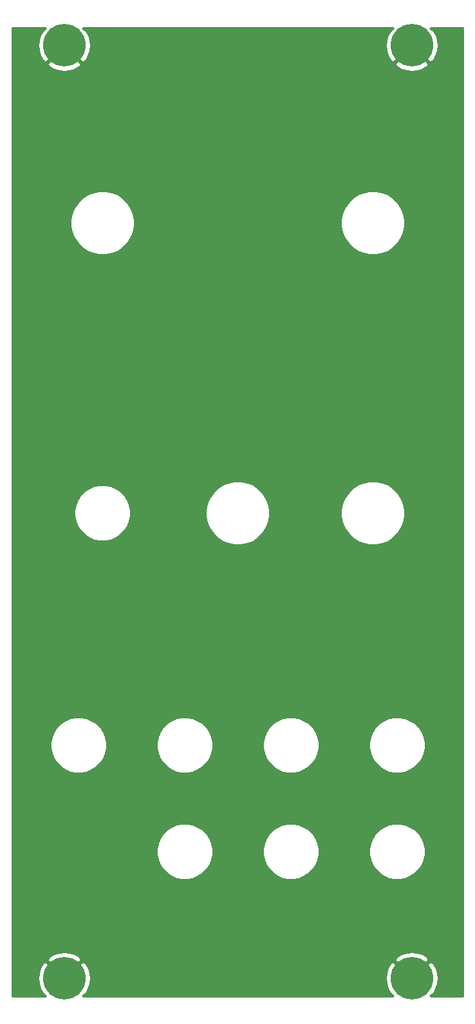
<source format=gbl>
G04 #@! TF.GenerationSoftware,KiCad,Pcbnew,5.1.10-88a1d61d58~88~ubuntu20.04.1*
G04 #@! TF.CreationDate,2021-06-12T13:15:57-04:00*
G04 #@! TF.ProjectId,front_panel,66726f6e-745f-4706-916e-656c2e6b6963,0*
G04 #@! TF.SameCoordinates,Original*
G04 #@! TF.FileFunction,Copper,L2,Bot*
G04 #@! TF.FilePolarity,Positive*
%FSLAX46Y46*%
G04 Gerber Fmt 4.6, Leading zero omitted, Abs format (unit mm)*
G04 Created by KiCad (PCBNEW 5.1.10-88a1d61d58~88~ubuntu20.04.1) date 2021-06-12 13:15:57*
%MOMM*%
%LPD*%
G01*
G04 APERTURE LIST*
G04 #@! TA.AperFunction,ComponentPad*
%ADD10C,5.600000*%
G04 #@! TD*
G04 #@! TA.AperFunction,Conductor*
%ADD11C,0.254000*%
G04 #@! TD*
G04 #@! TA.AperFunction,Conductor*
%ADD12C,0.100000*%
G04 #@! TD*
G04 APERTURE END LIST*
D10*
X53220000Y-125500000D03*
X53220000Y-3000000D03*
X7500000Y-125500000D03*
X7500000Y-3000000D03*
D11*
X5083517Y-763125D02*
X4634823Y-1075308D01*
X4314388Y-1671259D01*
X4116374Y-2318273D01*
X4048390Y-2991484D01*
X4113051Y-3665023D01*
X4307870Y-4313006D01*
X4625361Y-4910530D01*
X4634823Y-4924692D01*
X5083519Y-5236876D01*
X7320395Y-3000000D01*
X7306253Y-2985858D01*
X7485858Y-2806253D01*
X7500000Y-2820395D01*
X7514143Y-2806253D01*
X7693748Y-2985858D01*
X7679605Y-3000000D01*
X9916481Y-5236876D01*
X10365177Y-4924692D01*
X10685612Y-4328741D01*
X10883626Y-3681727D01*
X10951610Y-3008516D01*
X10886949Y-2334977D01*
X10692130Y-1686994D01*
X10374639Y-1089470D01*
X10365177Y-1075308D01*
X9916483Y-763125D01*
X10019608Y-660000D01*
X50700392Y-660000D01*
X50803517Y-763125D01*
X50354823Y-1075308D01*
X50034388Y-1671259D01*
X49836374Y-2318273D01*
X49768390Y-2991484D01*
X49833051Y-3665023D01*
X50027870Y-4313006D01*
X50345361Y-4910530D01*
X50354823Y-4924692D01*
X50803519Y-5236876D01*
X53040395Y-3000000D01*
X53026253Y-2985858D01*
X53205858Y-2806253D01*
X53220000Y-2820395D01*
X53234143Y-2806253D01*
X53413748Y-2985858D01*
X53399605Y-3000000D01*
X55636481Y-5236876D01*
X56085177Y-4924692D01*
X56405612Y-4328741D01*
X56603626Y-3681727D01*
X56671610Y-3008516D01*
X56606949Y-2334977D01*
X56412130Y-1686994D01*
X56094639Y-1089470D01*
X56085177Y-1075308D01*
X55636483Y-763125D01*
X55739608Y-660000D01*
X59940000Y-660000D01*
X59940001Y-127840000D01*
X55739608Y-127840000D01*
X55636483Y-127736875D01*
X56085177Y-127424692D01*
X56405612Y-126828741D01*
X56603626Y-126181727D01*
X56671610Y-125508516D01*
X56606949Y-124834977D01*
X56412130Y-124186994D01*
X56094639Y-123589470D01*
X56085177Y-123575308D01*
X55636481Y-123263124D01*
X53399605Y-125500000D01*
X53413748Y-125514143D01*
X53234143Y-125693748D01*
X53220000Y-125679605D01*
X53205858Y-125693748D01*
X53026253Y-125514143D01*
X53040395Y-125500000D01*
X50803519Y-123263124D01*
X50354823Y-123575308D01*
X50034388Y-124171259D01*
X49836374Y-124818273D01*
X49768390Y-125491484D01*
X49833051Y-126165023D01*
X50027870Y-126813006D01*
X50345361Y-127410530D01*
X50354823Y-127424692D01*
X50803517Y-127736875D01*
X50700392Y-127840000D01*
X10019608Y-127840000D01*
X9916483Y-127736875D01*
X10365177Y-127424692D01*
X10685612Y-126828741D01*
X10883626Y-126181727D01*
X10951610Y-125508516D01*
X10886949Y-124834977D01*
X10692130Y-124186994D01*
X10374639Y-123589470D01*
X10365177Y-123575308D01*
X9916481Y-123263124D01*
X7679605Y-125500000D01*
X7693748Y-125514143D01*
X7514143Y-125693748D01*
X7500000Y-125679605D01*
X7485858Y-125693748D01*
X7306253Y-125514143D01*
X7320395Y-125500000D01*
X5083519Y-123263124D01*
X4634823Y-123575308D01*
X4314388Y-124171259D01*
X4116374Y-124818273D01*
X4048390Y-125491484D01*
X4113051Y-126165023D01*
X4307870Y-126813006D01*
X4625361Y-127410530D01*
X4634823Y-127424692D01*
X5083517Y-127736875D01*
X4980392Y-127840000D01*
X660000Y-127840000D01*
X660000Y-123083519D01*
X5263124Y-123083519D01*
X7500000Y-125320395D01*
X9736876Y-123083519D01*
X50983124Y-123083519D01*
X53220000Y-125320395D01*
X55456876Y-123083519D01*
X55144692Y-122634823D01*
X54548741Y-122314388D01*
X53901727Y-122116374D01*
X53228516Y-122048390D01*
X52554977Y-122113051D01*
X51906994Y-122307870D01*
X51309470Y-122625361D01*
X51295308Y-122634823D01*
X50983124Y-123083519D01*
X9736876Y-123083519D01*
X9424692Y-122634823D01*
X8828741Y-122314388D01*
X8181727Y-122116374D01*
X7508516Y-122048390D01*
X6834977Y-122113051D01*
X6186994Y-122307870D01*
X5589470Y-122625361D01*
X5575308Y-122634823D01*
X5263124Y-123083519D01*
X660000Y-123083519D01*
X660000Y-108484396D01*
X19602961Y-108484396D01*
X19602961Y-109215604D01*
X19745613Y-109932762D01*
X20025434Y-110608310D01*
X20431671Y-111216287D01*
X20948713Y-111733329D01*
X21556690Y-112139566D01*
X22232238Y-112419387D01*
X22949396Y-112562039D01*
X23680604Y-112562039D01*
X24397762Y-112419387D01*
X25073310Y-112139566D01*
X25681287Y-111733329D01*
X26198329Y-111216287D01*
X26604566Y-110608310D01*
X26884387Y-109932762D01*
X27027039Y-109215604D01*
X27027039Y-108484396D01*
X33572961Y-108484396D01*
X33572961Y-109215604D01*
X33715613Y-109932762D01*
X33995434Y-110608310D01*
X34401671Y-111216287D01*
X34918713Y-111733329D01*
X35526690Y-112139566D01*
X36202238Y-112419387D01*
X36919396Y-112562039D01*
X37650604Y-112562039D01*
X38367762Y-112419387D01*
X39043310Y-112139566D01*
X39651287Y-111733329D01*
X40168329Y-111216287D01*
X40574566Y-110608310D01*
X40854387Y-109932762D01*
X40997039Y-109215604D01*
X40997039Y-108484396D01*
X47542961Y-108484396D01*
X47542961Y-109215604D01*
X47685613Y-109932762D01*
X47965434Y-110608310D01*
X48371671Y-111216287D01*
X48888713Y-111733329D01*
X49496690Y-112139566D01*
X50172238Y-112419387D01*
X50889396Y-112562039D01*
X51620604Y-112562039D01*
X52337762Y-112419387D01*
X53013310Y-112139566D01*
X53621287Y-111733329D01*
X54138329Y-111216287D01*
X54544566Y-110608310D01*
X54824387Y-109932762D01*
X54967039Y-109215604D01*
X54967039Y-108484396D01*
X54824387Y-107767238D01*
X54544566Y-107091690D01*
X54138329Y-106483713D01*
X53621287Y-105966671D01*
X53013310Y-105560434D01*
X52337762Y-105280613D01*
X51620604Y-105137961D01*
X50889396Y-105137961D01*
X50172238Y-105280613D01*
X49496690Y-105560434D01*
X48888713Y-105966671D01*
X48371671Y-106483713D01*
X47965434Y-107091690D01*
X47685613Y-107767238D01*
X47542961Y-108484396D01*
X40997039Y-108484396D01*
X40854387Y-107767238D01*
X40574566Y-107091690D01*
X40168329Y-106483713D01*
X39651287Y-105966671D01*
X39043310Y-105560434D01*
X38367762Y-105280613D01*
X37650604Y-105137961D01*
X36919396Y-105137961D01*
X36202238Y-105280613D01*
X35526690Y-105560434D01*
X34918713Y-105966671D01*
X34401671Y-106483713D01*
X33995434Y-107091690D01*
X33715613Y-107767238D01*
X33572961Y-108484396D01*
X27027039Y-108484396D01*
X26884387Y-107767238D01*
X26604566Y-107091690D01*
X26198329Y-106483713D01*
X25681287Y-105966671D01*
X25073310Y-105560434D01*
X24397762Y-105280613D01*
X23680604Y-105137961D01*
X22949396Y-105137961D01*
X22232238Y-105280613D01*
X21556690Y-105560434D01*
X20948713Y-105966671D01*
X20431671Y-106483713D01*
X20025434Y-107091690D01*
X19745613Y-107767238D01*
X19602961Y-108484396D01*
X660000Y-108484396D01*
X660000Y-94514396D01*
X5632961Y-94514396D01*
X5632961Y-95245604D01*
X5775613Y-95962762D01*
X6055434Y-96638310D01*
X6461671Y-97246287D01*
X6978713Y-97763329D01*
X7586690Y-98169566D01*
X8262238Y-98449387D01*
X8979396Y-98592039D01*
X9710604Y-98592039D01*
X10427762Y-98449387D01*
X11103310Y-98169566D01*
X11711287Y-97763329D01*
X12228329Y-97246287D01*
X12634566Y-96638310D01*
X12914387Y-95962762D01*
X13057039Y-95245604D01*
X13057039Y-94514396D01*
X19602961Y-94514396D01*
X19602961Y-95245604D01*
X19745613Y-95962762D01*
X20025434Y-96638310D01*
X20431671Y-97246287D01*
X20948713Y-97763329D01*
X21556690Y-98169566D01*
X22232238Y-98449387D01*
X22949396Y-98592039D01*
X23680604Y-98592039D01*
X24397762Y-98449387D01*
X25073310Y-98169566D01*
X25681287Y-97763329D01*
X26198329Y-97246287D01*
X26604566Y-96638310D01*
X26884387Y-95962762D01*
X27027039Y-95245604D01*
X27027039Y-94514396D01*
X33572961Y-94514396D01*
X33572961Y-95245604D01*
X33715613Y-95962762D01*
X33995434Y-96638310D01*
X34401671Y-97246287D01*
X34918713Y-97763329D01*
X35526690Y-98169566D01*
X36202238Y-98449387D01*
X36919396Y-98592039D01*
X37650604Y-98592039D01*
X38367762Y-98449387D01*
X39043310Y-98169566D01*
X39651287Y-97763329D01*
X40168329Y-97246287D01*
X40574566Y-96638310D01*
X40854387Y-95962762D01*
X40997039Y-95245604D01*
X40997039Y-94514396D01*
X47542961Y-94514396D01*
X47542961Y-95245604D01*
X47685613Y-95962762D01*
X47965434Y-96638310D01*
X48371671Y-97246287D01*
X48888713Y-97763329D01*
X49496690Y-98169566D01*
X50172238Y-98449387D01*
X50889396Y-98592039D01*
X51620604Y-98592039D01*
X52337762Y-98449387D01*
X53013310Y-98169566D01*
X53621287Y-97763329D01*
X54138329Y-97246287D01*
X54544566Y-96638310D01*
X54824387Y-95962762D01*
X54967039Y-95245604D01*
X54967039Y-94514396D01*
X54824387Y-93797238D01*
X54544566Y-93121690D01*
X54138329Y-92513713D01*
X53621287Y-91996671D01*
X53013310Y-91590434D01*
X52337762Y-91310613D01*
X51620604Y-91167961D01*
X50889396Y-91167961D01*
X50172238Y-91310613D01*
X49496690Y-91590434D01*
X48888713Y-91996671D01*
X48371671Y-92513713D01*
X47965434Y-93121690D01*
X47685613Y-93797238D01*
X47542961Y-94514396D01*
X40997039Y-94514396D01*
X40854387Y-93797238D01*
X40574566Y-93121690D01*
X40168329Y-92513713D01*
X39651287Y-91996671D01*
X39043310Y-91590434D01*
X38367762Y-91310613D01*
X37650604Y-91167961D01*
X36919396Y-91167961D01*
X36202238Y-91310613D01*
X35526690Y-91590434D01*
X34918713Y-91996671D01*
X34401671Y-92513713D01*
X33995434Y-93121690D01*
X33715613Y-93797238D01*
X33572961Y-94514396D01*
X27027039Y-94514396D01*
X26884387Y-93797238D01*
X26604566Y-93121690D01*
X26198329Y-92513713D01*
X25681287Y-91996671D01*
X25073310Y-91590434D01*
X24397762Y-91310613D01*
X23680604Y-91167961D01*
X22949396Y-91167961D01*
X22232238Y-91310613D01*
X21556690Y-91590434D01*
X20948713Y-91996671D01*
X20431671Y-92513713D01*
X20025434Y-93121690D01*
X19745613Y-93797238D01*
X19602961Y-94514396D01*
X13057039Y-94514396D01*
X12914387Y-93797238D01*
X12634566Y-93121690D01*
X12228329Y-92513713D01*
X11711287Y-91996671D01*
X11103310Y-91590434D01*
X10427762Y-91310613D01*
X9710604Y-91167961D01*
X8979396Y-91167961D01*
X8262238Y-91310613D01*
X7586690Y-91590434D01*
X6978713Y-91996671D01*
X6461671Y-92513713D01*
X6055434Y-93121690D01*
X5775613Y-93797238D01*
X5632961Y-94514396D01*
X660000Y-94514396D01*
X660000Y-64034396D01*
X8807961Y-64034396D01*
X8807961Y-64765604D01*
X8950613Y-65482762D01*
X9230434Y-66158310D01*
X9636671Y-66766287D01*
X10153713Y-67283329D01*
X10761690Y-67689566D01*
X11437238Y-67969387D01*
X12154396Y-68112039D01*
X12885604Y-68112039D01*
X13602762Y-67969387D01*
X14278310Y-67689566D01*
X14886287Y-67283329D01*
X15403329Y-66766287D01*
X15809566Y-66158310D01*
X16089387Y-65482762D01*
X16232039Y-64765604D01*
X16232039Y-64034396D01*
X16222291Y-63985387D01*
X26090369Y-63985387D01*
X26090369Y-64814613D01*
X26252142Y-65627904D01*
X26569473Y-66394008D01*
X27030166Y-67083484D01*
X27616516Y-67669834D01*
X28305992Y-68130527D01*
X29072096Y-68447858D01*
X29885387Y-68609631D01*
X30714613Y-68609631D01*
X31527904Y-68447858D01*
X32294008Y-68130527D01*
X32983484Y-67669834D01*
X33569834Y-67083484D01*
X34030527Y-66394008D01*
X34347858Y-65627904D01*
X34509631Y-64814613D01*
X34509631Y-63985387D01*
X43870369Y-63985387D01*
X43870369Y-64814613D01*
X44032142Y-65627904D01*
X44349473Y-66394008D01*
X44810166Y-67083484D01*
X45396516Y-67669834D01*
X46085992Y-68130527D01*
X46852096Y-68447858D01*
X47665387Y-68609631D01*
X48494613Y-68609631D01*
X49307904Y-68447858D01*
X50074008Y-68130527D01*
X50763484Y-67669834D01*
X51349834Y-67083484D01*
X51810527Y-66394008D01*
X52127858Y-65627904D01*
X52289631Y-64814613D01*
X52289631Y-63985387D01*
X52127858Y-63172096D01*
X51810527Y-62405992D01*
X51349834Y-61716516D01*
X50763484Y-61130166D01*
X50074008Y-60669473D01*
X49307904Y-60352142D01*
X48494613Y-60190369D01*
X47665387Y-60190369D01*
X46852096Y-60352142D01*
X46085992Y-60669473D01*
X45396516Y-61130166D01*
X44810166Y-61716516D01*
X44349473Y-62405992D01*
X44032142Y-63172096D01*
X43870369Y-63985387D01*
X34509631Y-63985387D01*
X34347858Y-63172096D01*
X34030527Y-62405992D01*
X33569834Y-61716516D01*
X32983484Y-61130166D01*
X32294008Y-60669473D01*
X31527904Y-60352142D01*
X30714613Y-60190369D01*
X29885387Y-60190369D01*
X29072096Y-60352142D01*
X28305992Y-60669473D01*
X27616516Y-61130166D01*
X27030166Y-61716516D01*
X26569473Y-62405992D01*
X26252142Y-63172096D01*
X26090369Y-63985387D01*
X16222291Y-63985387D01*
X16089387Y-63317238D01*
X15809566Y-62641690D01*
X15403329Y-62033713D01*
X14886287Y-61516671D01*
X14278310Y-61110434D01*
X13602762Y-60830613D01*
X12885604Y-60687961D01*
X12154396Y-60687961D01*
X11437238Y-60830613D01*
X10761690Y-61110434D01*
X10153713Y-61516671D01*
X9636671Y-62033713D01*
X9230434Y-62641690D01*
X8950613Y-63317238D01*
X8807961Y-64034396D01*
X660000Y-64034396D01*
X660000Y-25885387D01*
X8310369Y-25885387D01*
X8310369Y-26714613D01*
X8472142Y-27527904D01*
X8789473Y-28294008D01*
X9250166Y-28983484D01*
X9836516Y-29569834D01*
X10525992Y-30030527D01*
X11292096Y-30347858D01*
X12105387Y-30509631D01*
X12934613Y-30509631D01*
X13747904Y-30347858D01*
X14514008Y-30030527D01*
X15203484Y-29569834D01*
X15789834Y-28983484D01*
X16250527Y-28294008D01*
X16567858Y-27527904D01*
X16729631Y-26714613D01*
X16729631Y-25885387D01*
X43870369Y-25885387D01*
X43870369Y-26714613D01*
X44032142Y-27527904D01*
X44349473Y-28294008D01*
X44810166Y-28983484D01*
X45396516Y-29569834D01*
X46085992Y-30030527D01*
X46852096Y-30347858D01*
X47665387Y-30509631D01*
X48494613Y-30509631D01*
X49307904Y-30347858D01*
X50074008Y-30030527D01*
X50763484Y-29569834D01*
X51349834Y-28983484D01*
X51810527Y-28294008D01*
X52127858Y-27527904D01*
X52289631Y-26714613D01*
X52289631Y-25885387D01*
X52127858Y-25072096D01*
X51810527Y-24305992D01*
X51349834Y-23616516D01*
X50763484Y-23030166D01*
X50074008Y-22569473D01*
X49307904Y-22252142D01*
X48494613Y-22090369D01*
X47665387Y-22090369D01*
X46852096Y-22252142D01*
X46085992Y-22569473D01*
X45396516Y-23030166D01*
X44810166Y-23616516D01*
X44349473Y-24305992D01*
X44032142Y-25072096D01*
X43870369Y-25885387D01*
X16729631Y-25885387D01*
X16567858Y-25072096D01*
X16250527Y-24305992D01*
X15789834Y-23616516D01*
X15203484Y-23030166D01*
X14514008Y-22569473D01*
X13747904Y-22252142D01*
X12934613Y-22090369D01*
X12105387Y-22090369D01*
X11292096Y-22252142D01*
X10525992Y-22569473D01*
X9836516Y-23030166D01*
X9250166Y-23616516D01*
X8789473Y-24305992D01*
X8472142Y-25072096D01*
X8310369Y-25885387D01*
X660000Y-25885387D01*
X660000Y-5416481D01*
X5263124Y-5416481D01*
X5575308Y-5865177D01*
X6171259Y-6185612D01*
X6818273Y-6383626D01*
X7491484Y-6451610D01*
X8165023Y-6386949D01*
X8813006Y-6192130D01*
X9410530Y-5874639D01*
X9424692Y-5865177D01*
X9736876Y-5416481D01*
X50983124Y-5416481D01*
X51295308Y-5865177D01*
X51891259Y-6185612D01*
X52538273Y-6383626D01*
X53211484Y-6451610D01*
X53885023Y-6386949D01*
X54533006Y-6192130D01*
X55130530Y-5874639D01*
X55144692Y-5865177D01*
X55456876Y-5416481D01*
X53220000Y-3179605D01*
X50983124Y-5416481D01*
X9736876Y-5416481D01*
X7500000Y-3179605D01*
X5263124Y-5416481D01*
X660000Y-5416481D01*
X660000Y-660000D01*
X4980392Y-660000D01*
X5083517Y-763125D01*
G04 #@! TA.AperFunction,Conductor*
D12*
G36*
X5083517Y-763125D02*
G01*
X4634823Y-1075308D01*
X4314388Y-1671259D01*
X4116374Y-2318273D01*
X4048390Y-2991484D01*
X4113051Y-3665023D01*
X4307870Y-4313006D01*
X4625361Y-4910530D01*
X4634823Y-4924692D01*
X5083519Y-5236876D01*
X7320395Y-3000000D01*
X7306253Y-2985858D01*
X7485858Y-2806253D01*
X7500000Y-2820395D01*
X7514143Y-2806253D01*
X7693748Y-2985858D01*
X7679605Y-3000000D01*
X9916481Y-5236876D01*
X10365177Y-4924692D01*
X10685612Y-4328741D01*
X10883626Y-3681727D01*
X10951610Y-3008516D01*
X10886949Y-2334977D01*
X10692130Y-1686994D01*
X10374639Y-1089470D01*
X10365177Y-1075308D01*
X9916483Y-763125D01*
X10019608Y-660000D01*
X50700392Y-660000D01*
X50803517Y-763125D01*
X50354823Y-1075308D01*
X50034388Y-1671259D01*
X49836374Y-2318273D01*
X49768390Y-2991484D01*
X49833051Y-3665023D01*
X50027870Y-4313006D01*
X50345361Y-4910530D01*
X50354823Y-4924692D01*
X50803519Y-5236876D01*
X53040395Y-3000000D01*
X53026253Y-2985858D01*
X53205858Y-2806253D01*
X53220000Y-2820395D01*
X53234143Y-2806253D01*
X53413748Y-2985858D01*
X53399605Y-3000000D01*
X55636481Y-5236876D01*
X56085177Y-4924692D01*
X56405612Y-4328741D01*
X56603626Y-3681727D01*
X56671610Y-3008516D01*
X56606949Y-2334977D01*
X56412130Y-1686994D01*
X56094639Y-1089470D01*
X56085177Y-1075308D01*
X55636483Y-763125D01*
X55739608Y-660000D01*
X59940000Y-660000D01*
X59940001Y-127840000D01*
X55739608Y-127840000D01*
X55636483Y-127736875D01*
X56085177Y-127424692D01*
X56405612Y-126828741D01*
X56603626Y-126181727D01*
X56671610Y-125508516D01*
X56606949Y-124834977D01*
X56412130Y-124186994D01*
X56094639Y-123589470D01*
X56085177Y-123575308D01*
X55636481Y-123263124D01*
X53399605Y-125500000D01*
X53413748Y-125514143D01*
X53234143Y-125693748D01*
X53220000Y-125679605D01*
X53205858Y-125693748D01*
X53026253Y-125514143D01*
X53040395Y-125500000D01*
X50803519Y-123263124D01*
X50354823Y-123575308D01*
X50034388Y-124171259D01*
X49836374Y-124818273D01*
X49768390Y-125491484D01*
X49833051Y-126165023D01*
X50027870Y-126813006D01*
X50345361Y-127410530D01*
X50354823Y-127424692D01*
X50803517Y-127736875D01*
X50700392Y-127840000D01*
X10019608Y-127840000D01*
X9916483Y-127736875D01*
X10365177Y-127424692D01*
X10685612Y-126828741D01*
X10883626Y-126181727D01*
X10951610Y-125508516D01*
X10886949Y-124834977D01*
X10692130Y-124186994D01*
X10374639Y-123589470D01*
X10365177Y-123575308D01*
X9916481Y-123263124D01*
X7679605Y-125500000D01*
X7693748Y-125514143D01*
X7514143Y-125693748D01*
X7500000Y-125679605D01*
X7485858Y-125693748D01*
X7306253Y-125514143D01*
X7320395Y-125500000D01*
X5083519Y-123263124D01*
X4634823Y-123575308D01*
X4314388Y-124171259D01*
X4116374Y-124818273D01*
X4048390Y-125491484D01*
X4113051Y-126165023D01*
X4307870Y-126813006D01*
X4625361Y-127410530D01*
X4634823Y-127424692D01*
X5083517Y-127736875D01*
X4980392Y-127840000D01*
X660000Y-127840000D01*
X660000Y-123083519D01*
X5263124Y-123083519D01*
X7500000Y-125320395D01*
X9736876Y-123083519D01*
X50983124Y-123083519D01*
X53220000Y-125320395D01*
X55456876Y-123083519D01*
X55144692Y-122634823D01*
X54548741Y-122314388D01*
X53901727Y-122116374D01*
X53228516Y-122048390D01*
X52554977Y-122113051D01*
X51906994Y-122307870D01*
X51309470Y-122625361D01*
X51295308Y-122634823D01*
X50983124Y-123083519D01*
X9736876Y-123083519D01*
X9424692Y-122634823D01*
X8828741Y-122314388D01*
X8181727Y-122116374D01*
X7508516Y-122048390D01*
X6834977Y-122113051D01*
X6186994Y-122307870D01*
X5589470Y-122625361D01*
X5575308Y-122634823D01*
X5263124Y-123083519D01*
X660000Y-123083519D01*
X660000Y-108484396D01*
X19602961Y-108484396D01*
X19602961Y-109215604D01*
X19745613Y-109932762D01*
X20025434Y-110608310D01*
X20431671Y-111216287D01*
X20948713Y-111733329D01*
X21556690Y-112139566D01*
X22232238Y-112419387D01*
X22949396Y-112562039D01*
X23680604Y-112562039D01*
X24397762Y-112419387D01*
X25073310Y-112139566D01*
X25681287Y-111733329D01*
X26198329Y-111216287D01*
X26604566Y-110608310D01*
X26884387Y-109932762D01*
X27027039Y-109215604D01*
X27027039Y-108484396D01*
X33572961Y-108484396D01*
X33572961Y-109215604D01*
X33715613Y-109932762D01*
X33995434Y-110608310D01*
X34401671Y-111216287D01*
X34918713Y-111733329D01*
X35526690Y-112139566D01*
X36202238Y-112419387D01*
X36919396Y-112562039D01*
X37650604Y-112562039D01*
X38367762Y-112419387D01*
X39043310Y-112139566D01*
X39651287Y-111733329D01*
X40168329Y-111216287D01*
X40574566Y-110608310D01*
X40854387Y-109932762D01*
X40997039Y-109215604D01*
X40997039Y-108484396D01*
X47542961Y-108484396D01*
X47542961Y-109215604D01*
X47685613Y-109932762D01*
X47965434Y-110608310D01*
X48371671Y-111216287D01*
X48888713Y-111733329D01*
X49496690Y-112139566D01*
X50172238Y-112419387D01*
X50889396Y-112562039D01*
X51620604Y-112562039D01*
X52337762Y-112419387D01*
X53013310Y-112139566D01*
X53621287Y-111733329D01*
X54138329Y-111216287D01*
X54544566Y-110608310D01*
X54824387Y-109932762D01*
X54967039Y-109215604D01*
X54967039Y-108484396D01*
X54824387Y-107767238D01*
X54544566Y-107091690D01*
X54138329Y-106483713D01*
X53621287Y-105966671D01*
X53013310Y-105560434D01*
X52337762Y-105280613D01*
X51620604Y-105137961D01*
X50889396Y-105137961D01*
X50172238Y-105280613D01*
X49496690Y-105560434D01*
X48888713Y-105966671D01*
X48371671Y-106483713D01*
X47965434Y-107091690D01*
X47685613Y-107767238D01*
X47542961Y-108484396D01*
X40997039Y-108484396D01*
X40854387Y-107767238D01*
X40574566Y-107091690D01*
X40168329Y-106483713D01*
X39651287Y-105966671D01*
X39043310Y-105560434D01*
X38367762Y-105280613D01*
X37650604Y-105137961D01*
X36919396Y-105137961D01*
X36202238Y-105280613D01*
X35526690Y-105560434D01*
X34918713Y-105966671D01*
X34401671Y-106483713D01*
X33995434Y-107091690D01*
X33715613Y-107767238D01*
X33572961Y-108484396D01*
X27027039Y-108484396D01*
X26884387Y-107767238D01*
X26604566Y-107091690D01*
X26198329Y-106483713D01*
X25681287Y-105966671D01*
X25073310Y-105560434D01*
X24397762Y-105280613D01*
X23680604Y-105137961D01*
X22949396Y-105137961D01*
X22232238Y-105280613D01*
X21556690Y-105560434D01*
X20948713Y-105966671D01*
X20431671Y-106483713D01*
X20025434Y-107091690D01*
X19745613Y-107767238D01*
X19602961Y-108484396D01*
X660000Y-108484396D01*
X660000Y-94514396D01*
X5632961Y-94514396D01*
X5632961Y-95245604D01*
X5775613Y-95962762D01*
X6055434Y-96638310D01*
X6461671Y-97246287D01*
X6978713Y-97763329D01*
X7586690Y-98169566D01*
X8262238Y-98449387D01*
X8979396Y-98592039D01*
X9710604Y-98592039D01*
X10427762Y-98449387D01*
X11103310Y-98169566D01*
X11711287Y-97763329D01*
X12228329Y-97246287D01*
X12634566Y-96638310D01*
X12914387Y-95962762D01*
X13057039Y-95245604D01*
X13057039Y-94514396D01*
X19602961Y-94514396D01*
X19602961Y-95245604D01*
X19745613Y-95962762D01*
X20025434Y-96638310D01*
X20431671Y-97246287D01*
X20948713Y-97763329D01*
X21556690Y-98169566D01*
X22232238Y-98449387D01*
X22949396Y-98592039D01*
X23680604Y-98592039D01*
X24397762Y-98449387D01*
X25073310Y-98169566D01*
X25681287Y-97763329D01*
X26198329Y-97246287D01*
X26604566Y-96638310D01*
X26884387Y-95962762D01*
X27027039Y-95245604D01*
X27027039Y-94514396D01*
X33572961Y-94514396D01*
X33572961Y-95245604D01*
X33715613Y-95962762D01*
X33995434Y-96638310D01*
X34401671Y-97246287D01*
X34918713Y-97763329D01*
X35526690Y-98169566D01*
X36202238Y-98449387D01*
X36919396Y-98592039D01*
X37650604Y-98592039D01*
X38367762Y-98449387D01*
X39043310Y-98169566D01*
X39651287Y-97763329D01*
X40168329Y-97246287D01*
X40574566Y-96638310D01*
X40854387Y-95962762D01*
X40997039Y-95245604D01*
X40997039Y-94514396D01*
X47542961Y-94514396D01*
X47542961Y-95245604D01*
X47685613Y-95962762D01*
X47965434Y-96638310D01*
X48371671Y-97246287D01*
X48888713Y-97763329D01*
X49496690Y-98169566D01*
X50172238Y-98449387D01*
X50889396Y-98592039D01*
X51620604Y-98592039D01*
X52337762Y-98449387D01*
X53013310Y-98169566D01*
X53621287Y-97763329D01*
X54138329Y-97246287D01*
X54544566Y-96638310D01*
X54824387Y-95962762D01*
X54967039Y-95245604D01*
X54967039Y-94514396D01*
X54824387Y-93797238D01*
X54544566Y-93121690D01*
X54138329Y-92513713D01*
X53621287Y-91996671D01*
X53013310Y-91590434D01*
X52337762Y-91310613D01*
X51620604Y-91167961D01*
X50889396Y-91167961D01*
X50172238Y-91310613D01*
X49496690Y-91590434D01*
X48888713Y-91996671D01*
X48371671Y-92513713D01*
X47965434Y-93121690D01*
X47685613Y-93797238D01*
X47542961Y-94514396D01*
X40997039Y-94514396D01*
X40854387Y-93797238D01*
X40574566Y-93121690D01*
X40168329Y-92513713D01*
X39651287Y-91996671D01*
X39043310Y-91590434D01*
X38367762Y-91310613D01*
X37650604Y-91167961D01*
X36919396Y-91167961D01*
X36202238Y-91310613D01*
X35526690Y-91590434D01*
X34918713Y-91996671D01*
X34401671Y-92513713D01*
X33995434Y-93121690D01*
X33715613Y-93797238D01*
X33572961Y-94514396D01*
X27027039Y-94514396D01*
X26884387Y-93797238D01*
X26604566Y-93121690D01*
X26198329Y-92513713D01*
X25681287Y-91996671D01*
X25073310Y-91590434D01*
X24397762Y-91310613D01*
X23680604Y-91167961D01*
X22949396Y-91167961D01*
X22232238Y-91310613D01*
X21556690Y-91590434D01*
X20948713Y-91996671D01*
X20431671Y-92513713D01*
X20025434Y-93121690D01*
X19745613Y-93797238D01*
X19602961Y-94514396D01*
X13057039Y-94514396D01*
X12914387Y-93797238D01*
X12634566Y-93121690D01*
X12228329Y-92513713D01*
X11711287Y-91996671D01*
X11103310Y-91590434D01*
X10427762Y-91310613D01*
X9710604Y-91167961D01*
X8979396Y-91167961D01*
X8262238Y-91310613D01*
X7586690Y-91590434D01*
X6978713Y-91996671D01*
X6461671Y-92513713D01*
X6055434Y-93121690D01*
X5775613Y-93797238D01*
X5632961Y-94514396D01*
X660000Y-94514396D01*
X660000Y-64034396D01*
X8807961Y-64034396D01*
X8807961Y-64765604D01*
X8950613Y-65482762D01*
X9230434Y-66158310D01*
X9636671Y-66766287D01*
X10153713Y-67283329D01*
X10761690Y-67689566D01*
X11437238Y-67969387D01*
X12154396Y-68112039D01*
X12885604Y-68112039D01*
X13602762Y-67969387D01*
X14278310Y-67689566D01*
X14886287Y-67283329D01*
X15403329Y-66766287D01*
X15809566Y-66158310D01*
X16089387Y-65482762D01*
X16232039Y-64765604D01*
X16232039Y-64034396D01*
X16222291Y-63985387D01*
X26090369Y-63985387D01*
X26090369Y-64814613D01*
X26252142Y-65627904D01*
X26569473Y-66394008D01*
X27030166Y-67083484D01*
X27616516Y-67669834D01*
X28305992Y-68130527D01*
X29072096Y-68447858D01*
X29885387Y-68609631D01*
X30714613Y-68609631D01*
X31527904Y-68447858D01*
X32294008Y-68130527D01*
X32983484Y-67669834D01*
X33569834Y-67083484D01*
X34030527Y-66394008D01*
X34347858Y-65627904D01*
X34509631Y-64814613D01*
X34509631Y-63985387D01*
X43870369Y-63985387D01*
X43870369Y-64814613D01*
X44032142Y-65627904D01*
X44349473Y-66394008D01*
X44810166Y-67083484D01*
X45396516Y-67669834D01*
X46085992Y-68130527D01*
X46852096Y-68447858D01*
X47665387Y-68609631D01*
X48494613Y-68609631D01*
X49307904Y-68447858D01*
X50074008Y-68130527D01*
X50763484Y-67669834D01*
X51349834Y-67083484D01*
X51810527Y-66394008D01*
X52127858Y-65627904D01*
X52289631Y-64814613D01*
X52289631Y-63985387D01*
X52127858Y-63172096D01*
X51810527Y-62405992D01*
X51349834Y-61716516D01*
X50763484Y-61130166D01*
X50074008Y-60669473D01*
X49307904Y-60352142D01*
X48494613Y-60190369D01*
X47665387Y-60190369D01*
X46852096Y-60352142D01*
X46085992Y-60669473D01*
X45396516Y-61130166D01*
X44810166Y-61716516D01*
X44349473Y-62405992D01*
X44032142Y-63172096D01*
X43870369Y-63985387D01*
X34509631Y-63985387D01*
X34347858Y-63172096D01*
X34030527Y-62405992D01*
X33569834Y-61716516D01*
X32983484Y-61130166D01*
X32294008Y-60669473D01*
X31527904Y-60352142D01*
X30714613Y-60190369D01*
X29885387Y-60190369D01*
X29072096Y-60352142D01*
X28305992Y-60669473D01*
X27616516Y-61130166D01*
X27030166Y-61716516D01*
X26569473Y-62405992D01*
X26252142Y-63172096D01*
X26090369Y-63985387D01*
X16222291Y-63985387D01*
X16089387Y-63317238D01*
X15809566Y-62641690D01*
X15403329Y-62033713D01*
X14886287Y-61516671D01*
X14278310Y-61110434D01*
X13602762Y-60830613D01*
X12885604Y-60687961D01*
X12154396Y-60687961D01*
X11437238Y-60830613D01*
X10761690Y-61110434D01*
X10153713Y-61516671D01*
X9636671Y-62033713D01*
X9230434Y-62641690D01*
X8950613Y-63317238D01*
X8807961Y-64034396D01*
X660000Y-64034396D01*
X660000Y-25885387D01*
X8310369Y-25885387D01*
X8310369Y-26714613D01*
X8472142Y-27527904D01*
X8789473Y-28294008D01*
X9250166Y-28983484D01*
X9836516Y-29569834D01*
X10525992Y-30030527D01*
X11292096Y-30347858D01*
X12105387Y-30509631D01*
X12934613Y-30509631D01*
X13747904Y-30347858D01*
X14514008Y-30030527D01*
X15203484Y-29569834D01*
X15789834Y-28983484D01*
X16250527Y-28294008D01*
X16567858Y-27527904D01*
X16729631Y-26714613D01*
X16729631Y-25885387D01*
X43870369Y-25885387D01*
X43870369Y-26714613D01*
X44032142Y-27527904D01*
X44349473Y-28294008D01*
X44810166Y-28983484D01*
X45396516Y-29569834D01*
X46085992Y-30030527D01*
X46852096Y-30347858D01*
X47665387Y-30509631D01*
X48494613Y-30509631D01*
X49307904Y-30347858D01*
X50074008Y-30030527D01*
X50763484Y-29569834D01*
X51349834Y-28983484D01*
X51810527Y-28294008D01*
X52127858Y-27527904D01*
X52289631Y-26714613D01*
X52289631Y-25885387D01*
X52127858Y-25072096D01*
X51810527Y-24305992D01*
X51349834Y-23616516D01*
X50763484Y-23030166D01*
X50074008Y-22569473D01*
X49307904Y-22252142D01*
X48494613Y-22090369D01*
X47665387Y-22090369D01*
X46852096Y-22252142D01*
X46085992Y-22569473D01*
X45396516Y-23030166D01*
X44810166Y-23616516D01*
X44349473Y-24305992D01*
X44032142Y-25072096D01*
X43870369Y-25885387D01*
X16729631Y-25885387D01*
X16567858Y-25072096D01*
X16250527Y-24305992D01*
X15789834Y-23616516D01*
X15203484Y-23030166D01*
X14514008Y-22569473D01*
X13747904Y-22252142D01*
X12934613Y-22090369D01*
X12105387Y-22090369D01*
X11292096Y-22252142D01*
X10525992Y-22569473D01*
X9836516Y-23030166D01*
X9250166Y-23616516D01*
X8789473Y-24305992D01*
X8472142Y-25072096D01*
X8310369Y-25885387D01*
X660000Y-25885387D01*
X660000Y-5416481D01*
X5263124Y-5416481D01*
X5575308Y-5865177D01*
X6171259Y-6185612D01*
X6818273Y-6383626D01*
X7491484Y-6451610D01*
X8165023Y-6386949D01*
X8813006Y-6192130D01*
X9410530Y-5874639D01*
X9424692Y-5865177D01*
X9736876Y-5416481D01*
X50983124Y-5416481D01*
X51295308Y-5865177D01*
X51891259Y-6185612D01*
X52538273Y-6383626D01*
X53211484Y-6451610D01*
X53885023Y-6386949D01*
X54533006Y-6192130D01*
X55130530Y-5874639D01*
X55144692Y-5865177D01*
X55456876Y-5416481D01*
X53220000Y-3179605D01*
X50983124Y-5416481D01*
X9736876Y-5416481D01*
X7500000Y-3179605D01*
X5263124Y-5416481D01*
X660000Y-5416481D01*
X660000Y-660000D01*
X4980392Y-660000D01*
X5083517Y-763125D01*
G37*
G04 #@! TD.AperFunction*
M02*

</source>
